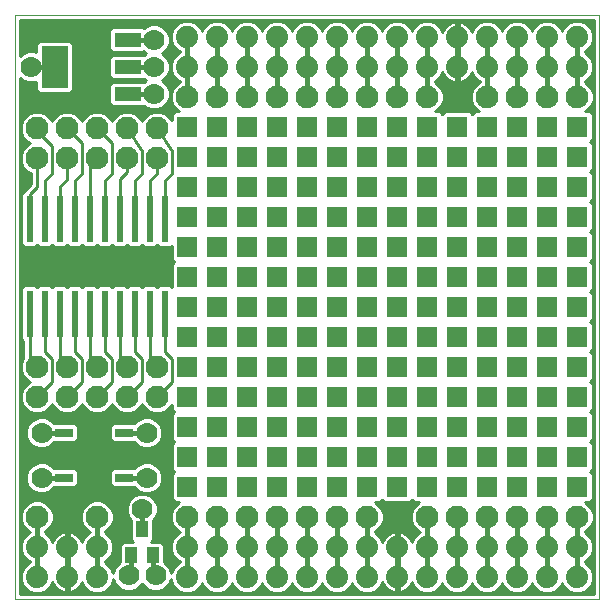
<source format=gtl>
G75*
G70*
%OFA0B0*%
%FSLAX24Y24*%
%IPPOS*%
%LPD*%
%AMOC8*
5,1,8,0,0,1.08239X$1,22.5*
%
%ADD10C,0.0000*%
%ADD11C,0.0740*%
%ADD12R,0.0236X0.1535*%
%ADD13R,0.0880X0.0480*%
%ADD14R,0.0866X0.1417*%
%ADD15R,0.0394X0.0551*%
%ADD16R,0.0600X0.0300*%
%ADD17C,0.0100*%
%ADD18C,0.0160*%
%ADD19C,0.0760*%
%ADD20R,0.0700X0.0700*%
%ADD21C,0.0700*%
D10*
X000645Y000806D02*
X000645Y020301D01*
X020130Y020291D01*
X020130Y000806D01*
X000645Y000806D01*
D11*
X001395Y001556D03*
X002395Y001556D03*
X003395Y001556D03*
X003395Y002556D03*
X002395Y002556D03*
X001395Y002556D03*
X006395Y002556D03*
X006395Y001556D03*
X007395Y001556D03*
X008395Y001556D03*
X009395Y001556D03*
X010395Y001556D03*
X011395Y001556D03*
X012395Y001556D03*
X013395Y001556D03*
X014395Y001556D03*
X015395Y001556D03*
X016395Y001556D03*
X017395Y001556D03*
X018395Y001556D03*
X019395Y001556D03*
X019395Y002556D03*
X018395Y002556D03*
X017395Y002556D03*
X016395Y002556D03*
X015395Y002556D03*
X014395Y002556D03*
X013395Y002556D03*
X012395Y002556D03*
X011395Y002556D03*
X010395Y002556D03*
X009395Y002556D03*
X008395Y002556D03*
X007395Y002556D03*
X007395Y018556D03*
X006395Y018556D03*
X006395Y019556D03*
X007395Y019556D03*
X008395Y019556D03*
X008395Y018556D03*
X009395Y018556D03*
X010395Y018556D03*
X011395Y018556D03*
X012395Y018556D03*
X013395Y018556D03*
X014395Y018556D03*
X015395Y018556D03*
X016395Y018556D03*
X017395Y018556D03*
X018395Y018556D03*
X019395Y018556D03*
X019395Y019556D03*
X018395Y019556D03*
X017395Y019556D03*
X016395Y019556D03*
X015395Y019556D03*
X014395Y019556D03*
X013395Y019556D03*
X012395Y019556D03*
X011395Y019556D03*
X010395Y019556D03*
X009395Y019556D03*
D12*
X005645Y013481D03*
X005145Y013481D03*
X004645Y013481D03*
X004145Y013481D03*
X003645Y013481D03*
X003145Y013481D03*
X002645Y013481D03*
X002145Y013481D03*
X001645Y013481D03*
X001145Y013481D03*
X001145Y010331D03*
X001645Y010331D03*
X002145Y010331D03*
X002645Y010331D03*
X003145Y010331D03*
X003645Y010331D03*
X004145Y010331D03*
X004645Y010331D03*
X005145Y010331D03*
X005645Y010331D03*
D13*
X004415Y017646D03*
X004415Y018556D03*
X004415Y019466D03*
D14*
X001975Y018556D03*
D15*
X004895Y003139D03*
X004521Y002273D03*
X005269Y002273D03*
D16*
X004295Y004856D03*
X004295Y006356D03*
X002295Y006356D03*
X002295Y004856D03*
D17*
X001960Y004536D02*
X001840Y004415D01*
X001648Y004336D01*
X001442Y004336D01*
X001250Y004415D01*
X001104Y004562D01*
X001025Y004753D01*
X001025Y004960D01*
X001104Y005151D01*
X001250Y005297D01*
X001442Y005376D01*
X001648Y005376D01*
X001840Y005297D01*
X001960Y005176D01*
X002665Y005176D01*
X002765Y005077D01*
X002765Y004636D01*
X002665Y004536D01*
X001960Y004536D01*
X001876Y004452D02*
X004714Y004452D01*
X004750Y004415D02*
X004942Y004336D01*
X005148Y004336D01*
X005340Y004415D01*
X005486Y004562D01*
X005565Y004753D01*
X005565Y004960D01*
X005486Y005151D01*
X005340Y005297D01*
X005148Y005376D01*
X004942Y005376D01*
X004750Y005297D01*
X004630Y005176D01*
X003925Y005176D01*
X003825Y005077D01*
X003825Y004636D01*
X003925Y004536D01*
X004630Y004536D01*
X004750Y004415D01*
X004792Y004326D02*
X004600Y004247D01*
X004454Y004101D01*
X004375Y003910D01*
X004375Y003703D01*
X004454Y003512D01*
X004528Y003438D01*
X004528Y002793D01*
X004603Y002719D01*
X004254Y002719D01*
X004154Y002619D01*
X004154Y002049D01*
X004150Y002047D01*
X004004Y001901D01*
X003925Y001710D01*
X003925Y001688D01*
X003853Y001862D01*
X003701Y002014D01*
X003645Y002037D01*
X003645Y002075D01*
X003701Y002099D01*
X003853Y002250D01*
X003935Y002449D01*
X003935Y002664D01*
X003853Y002862D01*
X003701Y003014D01*
X003645Y003037D01*
X003645Y003065D01*
X003707Y003090D01*
X003861Y003245D01*
X003945Y003447D01*
X003945Y003666D01*
X003861Y003868D01*
X003707Y004023D01*
X003504Y004106D01*
X003286Y004106D01*
X003083Y004023D01*
X002929Y003868D01*
X002845Y003666D01*
X002845Y003447D01*
X002929Y003245D01*
X003083Y003090D01*
X003145Y003065D01*
X003145Y003037D01*
X003089Y003014D01*
X002937Y002862D01*
X002884Y002734D01*
X002877Y002756D01*
X002840Y002829D01*
X002792Y002895D01*
X002734Y002953D01*
X002668Y003001D01*
X002595Y003038D01*
X002517Y003063D01*
X002445Y003075D01*
X002445Y002606D01*
X002345Y002606D01*
X002345Y003075D01*
X002273Y003063D01*
X002195Y003038D01*
X002122Y003001D01*
X002056Y002953D01*
X001998Y002895D01*
X001950Y002829D01*
X001913Y002756D01*
X001906Y002734D01*
X001853Y002862D01*
X001701Y003014D01*
X001645Y003037D01*
X001645Y003065D01*
X001707Y003090D01*
X001861Y003245D01*
X001945Y003447D01*
X001945Y003666D01*
X001861Y003868D01*
X001707Y004023D01*
X001504Y004106D01*
X001286Y004106D01*
X001083Y004023D01*
X000929Y003868D01*
X000845Y003666D01*
X000845Y003447D01*
X000929Y003245D01*
X001083Y003090D01*
X001145Y003065D01*
X001145Y003037D01*
X001089Y003014D01*
X000937Y002862D01*
X000855Y002664D01*
X000855Y002449D01*
X000937Y002250D01*
X001089Y002099D01*
X001145Y002075D01*
X001145Y002037D01*
X001089Y002014D01*
X000937Y001862D01*
X000855Y001664D01*
X000855Y001449D01*
X000937Y001250D01*
X001089Y001099D01*
X001288Y001016D01*
X001502Y001016D01*
X001701Y001099D01*
X001853Y001250D01*
X001906Y001379D01*
X001913Y001357D01*
X001950Y001284D01*
X001998Y001218D01*
X002056Y001160D01*
X002122Y001112D01*
X002195Y001074D01*
X002273Y001049D01*
X002345Y001038D01*
X002345Y001506D01*
X002445Y001506D01*
X002445Y001038D01*
X002517Y001049D01*
X002595Y001074D01*
X002668Y001112D01*
X002734Y001160D01*
X002792Y001218D01*
X002840Y001284D01*
X002877Y001357D01*
X002884Y001379D01*
X002937Y001250D01*
X003089Y001099D01*
X003288Y001016D01*
X003502Y001016D01*
X003701Y001099D01*
X003853Y001250D01*
X003935Y001449D01*
X003935Y001479D01*
X004004Y001312D01*
X004150Y001165D01*
X004342Y001086D01*
X004548Y001086D01*
X004740Y001165D01*
X004886Y001312D01*
X004895Y001334D01*
X004904Y001312D01*
X005050Y001165D01*
X005242Y001086D01*
X005448Y001086D01*
X005640Y001165D01*
X005786Y001312D01*
X005855Y001479D01*
X005855Y001449D01*
X005937Y001250D01*
X006089Y001099D01*
X006288Y001016D01*
X006502Y001016D01*
X006701Y001099D01*
X006853Y001250D01*
X006895Y001352D01*
X006937Y001250D01*
X007089Y001099D01*
X007288Y001016D01*
X007502Y001016D01*
X007701Y001099D01*
X007853Y001250D01*
X007895Y001352D01*
X007937Y001250D01*
X008089Y001099D01*
X008288Y001016D01*
X008502Y001016D01*
X008701Y001099D01*
X008853Y001250D01*
X008895Y001352D01*
X008937Y001250D01*
X009089Y001099D01*
X009288Y001016D01*
X009502Y001016D01*
X009701Y001099D01*
X009853Y001250D01*
X009895Y001352D01*
X009937Y001250D01*
X010089Y001099D01*
X010288Y001016D01*
X010502Y001016D01*
X010701Y001099D01*
X010853Y001250D01*
X010895Y001352D01*
X010937Y001250D01*
X011089Y001099D01*
X011288Y001016D01*
X011502Y001016D01*
X011701Y001099D01*
X011853Y001250D01*
X011895Y001352D01*
X011937Y001250D01*
X012089Y001099D01*
X012288Y001016D01*
X012502Y001016D01*
X012701Y001099D01*
X012853Y001250D01*
X012906Y001379D01*
X012913Y001357D01*
X012950Y001284D01*
X012998Y001218D01*
X013056Y001160D01*
X013122Y001112D01*
X013195Y001074D01*
X013273Y001049D01*
X013345Y001038D01*
X013345Y001506D01*
X013445Y001506D01*
X013445Y001038D01*
X013517Y001049D01*
X013595Y001074D01*
X013668Y001112D01*
X013734Y001160D01*
X013792Y001218D01*
X013840Y001284D01*
X013877Y001357D01*
X013884Y001379D01*
X013937Y001250D01*
X014089Y001099D01*
X014288Y001016D01*
X014502Y001016D01*
X014701Y001099D01*
X014853Y001250D01*
X014895Y001352D01*
X014937Y001250D01*
X015089Y001099D01*
X015288Y001016D01*
X015502Y001016D01*
X015701Y001099D01*
X015853Y001250D01*
X015895Y001352D01*
X015937Y001250D01*
X016089Y001099D01*
X016288Y001016D01*
X016502Y001016D01*
X016701Y001099D01*
X016853Y001250D01*
X016895Y001352D01*
X016937Y001250D01*
X017089Y001099D01*
X017288Y001016D01*
X017502Y001016D01*
X017701Y001099D01*
X017853Y001250D01*
X017895Y001352D01*
X017937Y001250D01*
X018089Y001099D01*
X018288Y001016D01*
X018502Y001016D01*
X018701Y001099D01*
X018853Y001250D01*
X018895Y001352D01*
X018937Y001250D01*
X019089Y001099D01*
X019288Y001016D01*
X019502Y001016D01*
X019701Y001099D01*
X019853Y001250D01*
X019935Y001449D01*
X019935Y001664D01*
X019853Y001862D01*
X019701Y002014D01*
X019645Y002037D01*
X019645Y002075D01*
X019701Y002099D01*
X019853Y002250D01*
X019935Y002449D01*
X019935Y002664D01*
X019853Y002862D01*
X019701Y003014D01*
X019645Y003037D01*
X019645Y003065D01*
X019707Y003090D01*
X019861Y003245D01*
X019945Y003447D01*
X019945Y003666D01*
X019861Y003868D01*
X019707Y004023D01*
X019673Y004036D01*
X019815Y004036D01*
X019915Y004136D01*
X019915Y004977D01*
X019835Y005056D01*
X019915Y005136D01*
X019915Y005977D01*
X019835Y006056D01*
X019915Y006136D01*
X019915Y006977D01*
X019835Y007056D01*
X019915Y007136D01*
X019915Y007977D01*
X019835Y008056D01*
X019915Y008136D01*
X019915Y008977D01*
X019835Y009056D01*
X019915Y009136D01*
X019915Y009977D01*
X019835Y010056D01*
X019915Y010136D01*
X019915Y010977D01*
X019835Y011056D01*
X019915Y011136D01*
X019915Y011977D01*
X019835Y012056D01*
X019915Y012136D01*
X019915Y012977D01*
X019835Y013056D01*
X019915Y013136D01*
X019915Y013977D01*
X019835Y014056D01*
X019915Y014136D01*
X019915Y014977D01*
X019835Y015056D01*
X019915Y015136D01*
X019915Y015977D01*
X019835Y016056D01*
X019915Y016136D01*
X019915Y016977D01*
X019815Y017076D01*
X019673Y017076D01*
X019707Y017090D01*
X019861Y017245D01*
X019945Y017447D01*
X019945Y017666D01*
X019861Y017868D01*
X019707Y018023D01*
X019645Y018048D01*
X019645Y018075D01*
X019701Y018099D01*
X019853Y018250D01*
X019935Y018449D01*
X019935Y018664D01*
X019853Y018862D01*
X019701Y019014D01*
X019645Y019037D01*
X019645Y019075D01*
X019701Y019099D01*
X019853Y019250D01*
X019935Y019449D01*
X019935Y019664D01*
X019853Y019862D01*
X019701Y020014D01*
X019502Y020096D01*
X019288Y020096D01*
X019089Y020014D01*
X018937Y019862D01*
X018895Y019760D01*
X018853Y019862D01*
X018701Y020014D01*
X018502Y020096D01*
X018288Y020096D01*
X018089Y020014D01*
X017937Y019862D01*
X017895Y019760D01*
X017853Y019862D01*
X017701Y020014D01*
X017502Y020096D01*
X017288Y020096D01*
X017089Y020014D01*
X016937Y019862D01*
X016895Y019760D01*
X016853Y019862D01*
X016701Y020014D01*
X016502Y020096D01*
X016288Y020096D01*
X016089Y020014D01*
X015937Y019862D01*
X015884Y019734D01*
X015877Y019756D01*
X015840Y019829D01*
X015792Y019895D01*
X015734Y019953D01*
X015668Y020001D01*
X015595Y020038D01*
X015517Y020063D01*
X015445Y020075D01*
X015445Y019606D01*
X015345Y019606D01*
X015345Y020075D01*
X015273Y020063D01*
X015195Y020038D01*
X015122Y020001D01*
X015056Y019953D01*
X014998Y019895D01*
X014950Y019829D01*
X014913Y019756D01*
X014906Y019734D01*
X014853Y019862D01*
X014701Y020014D01*
X014502Y020096D01*
X014288Y020096D01*
X014089Y020014D01*
X013937Y019862D01*
X013895Y019760D01*
X013853Y019862D01*
X013701Y020014D01*
X013502Y020096D01*
X013288Y020096D01*
X013089Y020014D01*
X012937Y019862D01*
X012895Y019760D01*
X012853Y019862D01*
X012701Y020014D01*
X012502Y020096D01*
X012288Y020096D01*
X012089Y020014D01*
X011937Y019862D01*
X011895Y019760D01*
X011853Y019862D01*
X011701Y020014D01*
X011502Y020096D01*
X011288Y020096D01*
X011089Y020014D01*
X010937Y019862D01*
X010895Y019760D01*
X010853Y019862D01*
X010701Y020014D01*
X010502Y020096D01*
X010288Y020096D01*
X010089Y020014D01*
X009937Y019862D01*
X009895Y019760D01*
X009853Y019862D01*
X009701Y020014D01*
X009502Y020096D01*
X009288Y020096D01*
X009089Y020014D01*
X008937Y019862D01*
X008895Y019760D01*
X008853Y019862D01*
X008701Y020014D01*
X008502Y020096D01*
X008288Y020096D01*
X008089Y020014D01*
X007937Y019862D01*
X007895Y019760D01*
X007853Y019862D01*
X007701Y020014D01*
X007502Y020096D01*
X007288Y020096D01*
X007089Y020014D01*
X006937Y019862D01*
X006895Y019760D01*
X006853Y019862D01*
X006701Y020014D01*
X006502Y020096D01*
X006288Y020096D01*
X006089Y020014D01*
X005937Y019862D01*
X005855Y019664D01*
X005855Y019449D01*
X005937Y019250D01*
X006089Y019099D01*
X006145Y019075D01*
X006145Y019037D01*
X006089Y019014D01*
X005937Y018862D01*
X005855Y018664D01*
X005855Y018449D01*
X005937Y018250D01*
X006089Y018099D01*
X006145Y018075D01*
X006145Y018048D01*
X006083Y018023D01*
X005929Y017868D01*
X005845Y017666D01*
X005845Y017447D01*
X005929Y017245D01*
X006083Y017090D01*
X006117Y017076D01*
X005975Y017076D01*
X005875Y016977D01*
X005875Y016784D01*
X005861Y016818D01*
X005707Y016973D01*
X005504Y017056D01*
X005286Y017056D01*
X005083Y016973D01*
X004929Y016818D01*
X004895Y016736D01*
X004861Y016818D01*
X004707Y016973D01*
X004504Y017056D01*
X004286Y017056D01*
X004083Y016973D01*
X003929Y016818D01*
X003895Y016736D01*
X003861Y016818D01*
X003707Y016973D01*
X003504Y017056D01*
X003286Y017056D01*
X003083Y016973D01*
X002929Y016818D01*
X002895Y016736D01*
X002861Y016818D01*
X002707Y016973D01*
X002504Y017056D01*
X002286Y017056D01*
X002083Y016973D01*
X001929Y016818D01*
X001895Y016736D01*
X001861Y016818D01*
X001707Y016973D01*
X001504Y017056D01*
X001286Y017056D01*
X001083Y016973D01*
X000929Y016818D01*
X000845Y016616D01*
X000845Y016397D01*
X000929Y016195D01*
X001083Y016040D01*
X001165Y016006D01*
X001083Y015973D01*
X000929Y015818D01*
X000845Y015616D01*
X000845Y015397D01*
X000929Y015195D01*
X001083Y015040D01*
X001175Y015002D01*
X001175Y014647D01*
X000925Y014397D01*
X000925Y014387D01*
X000857Y014319D01*
X000857Y012643D01*
X000956Y012543D01*
X001334Y012543D01*
X001395Y012605D01*
X001456Y012543D01*
X001834Y012543D01*
X001895Y012605D01*
X001956Y012543D01*
X002334Y012543D01*
X002395Y012605D01*
X002456Y012543D01*
X002834Y012543D01*
X002895Y012605D01*
X002956Y012543D01*
X003334Y012543D01*
X003395Y012605D01*
X003456Y012543D01*
X003834Y012543D01*
X003895Y012605D01*
X003956Y012543D01*
X004334Y012543D01*
X004395Y012605D01*
X004456Y012543D01*
X004834Y012543D01*
X004895Y012605D01*
X004956Y012543D01*
X005334Y012543D01*
X005395Y012605D01*
X005456Y012543D01*
X005834Y012543D01*
X005875Y012585D01*
X005875Y012136D01*
X005955Y012056D01*
X005875Y011977D01*
X005875Y011228D01*
X005834Y011269D01*
X005456Y011269D01*
X005395Y011208D01*
X005334Y011269D01*
X004956Y011269D01*
X004895Y011208D01*
X004834Y011269D01*
X004456Y011269D01*
X004395Y011208D01*
X004334Y011269D01*
X003956Y011269D01*
X003895Y011208D01*
X003834Y011269D01*
X003456Y011269D01*
X003395Y011208D01*
X003334Y011269D01*
X002956Y011269D01*
X002895Y011208D01*
X002834Y011269D01*
X002456Y011269D01*
X002395Y011208D01*
X002334Y011269D01*
X001956Y011269D01*
X001895Y011208D01*
X001834Y011269D01*
X001456Y011269D01*
X001395Y011208D01*
X001334Y011269D01*
X000956Y011269D01*
X000857Y011170D01*
X000857Y009493D01*
X000925Y009425D01*
X000925Y008897D01*
X000925Y008859D01*
X000845Y008666D01*
X000845Y008447D01*
X000929Y008245D01*
X001083Y008090D01*
X001165Y008056D01*
X001083Y008023D01*
X000929Y007868D01*
X000845Y007666D01*
X000845Y007447D01*
X000929Y007245D01*
X001083Y007090D01*
X001286Y007006D01*
X001504Y007006D01*
X001707Y007090D01*
X001861Y007245D01*
X001895Y007326D01*
X001929Y007245D01*
X002083Y007090D01*
X002286Y007006D01*
X002504Y007006D01*
X002707Y007090D01*
X002861Y007245D01*
X002895Y007326D01*
X002929Y007245D01*
X003083Y007090D01*
X003286Y007006D01*
X003504Y007006D01*
X003707Y007090D01*
X003861Y007245D01*
X003895Y007326D01*
X003929Y007245D01*
X004083Y007090D01*
X004286Y007006D01*
X004504Y007006D01*
X004707Y007090D01*
X004861Y007245D01*
X004895Y007326D01*
X004929Y007245D01*
X005083Y007090D01*
X005286Y007006D01*
X005504Y007006D01*
X005707Y007090D01*
X005861Y007245D01*
X005875Y007278D01*
X005875Y007136D01*
X005955Y007056D01*
X005875Y006977D01*
X005875Y006136D01*
X005955Y006056D01*
X005875Y005977D01*
X005875Y005136D01*
X005955Y005056D01*
X005875Y004977D01*
X005875Y004136D01*
X005975Y004036D01*
X006117Y004036D01*
X006083Y004023D01*
X005929Y003868D01*
X005845Y003666D01*
X005845Y003447D01*
X005929Y003245D01*
X006083Y003090D01*
X006145Y003065D01*
X006145Y003037D01*
X006089Y003014D01*
X005937Y002862D01*
X005855Y002664D01*
X005855Y002449D01*
X005937Y002250D01*
X006089Y002099D01*
X006145Y002075D01*
X006145Y002037D01*
X006089Y002014D01*
X005937Y001862D01*
X005865Y001688D01*
X005865Y001710D01*
X005786Y001901D01*
X005640Y002047D01*
X005636Y002049D01*
X005636Y002619D01*
X005536Y002719D01*
X005187Y002719D01*
X005262Y002793D01*
X005262Y003438D01*
X005336Y003512D01*
X005415Y003703D01*
X005415Y003910D01*
X005336Y004101D01*
X005190Y004247D01*
X004998Y004326D01*
X004792Y004326D01*
X004899Y004354D02*
X001691Y004354D01*
X001620Y004058D02*
X003170Y004058D01*
X003021Y003960D02*
X001769Y003960D01*
X001864Y003861D02*
X002926Y003861D01*
X002885Y003763D02*
X001905Y003763D01*
X001945Y003664D02*
X002845Y003664D01*
X002845Y003566D02*
X001945Y003566D01*
X001945Y003467D02*
X002845Y003467D01*
X002878Y003368D02*
X001912Y003368D01*
X001872Y003270D02*
X002918Y003270D01*
X003002Y003171D02*
X001788Y003171D01*
X001665Y003073D02*
X002332Y003073D01*
X002345Y003073D02*
X002445Y003073D01*
X002458Y003073D02*
X003125Y003073D01*
X003049Y002974D02*
X002704Y002974D01*
X002806Y002876D02*
X002951Y002876D01*
X002902Y002777D02*
X002866Y002777D01*
X002445Y002777D02*
X002345Y002777D01*
X002345Y002679D02*
X002445Y002679D01*
X002445Y002506D02*
X002345Y002506D01*
X002345Y002038D01*
X002345Y001606D01*
X002445Y001606D01*
X002445Y002038D01*
X002445Y002506D01*
X002445Y002482D02*
X002345Y002482D01*
X002345Y002383D02*
X002445Y002383D01*
X002445Y002284D02*
X002345Y002284D01*
X002345Y002186D02*
X002445Y002186D01*
X002445Y002087D02*
X002345Y002087D01*
X002345Y001989D02*
X002445Y001989D01*
X002445Y001890D02*
X002345Y001890D01*
X002345Y001792D02*
X002445Y001792D01*
X002445Y001693D02*
X002345Y001693D01*
X002345Y001496D02*
X002445Y001496D01*
X002445Y001398D02*
X002345Y001398D01*
X002345Y001299D02*
X002445Y001299D01*
X002445Y001200D02*
X002345Y001200D01*
X002345Y001102D02*
X002445Y001102D01*
X002649Y001102D02*
X003086Y001102D01*
X002987Y001200D02*
X002775Y001200D01*
X002848Y001299D02*
X002917Y001299D01*
X002141Y001102D02*
X001704Y001102D01*
X001803Y001200D02*
X002015Y001200D01*
X001942Y001299D02*
X001873Y001299D01*
X001086Y001102D02*
X000815Y001102D01*
X000815Y001200D02*
X000987Y001200D01*
X000917Y001299D02*
X000815Y001299D01*
X000815Y001398D02*
X000876Y001398D01*
X000855Y001496D02*
X000815Y001496D01*
X000815Y001595D02*
X000855Y001595D01*
X000867Y001693D02*
X000815Y001693D01*
X000815Y001792D02*
X000908Y001792D01*
X000965Y001890D02*
X000815Y001890D01*
X000815Y001989D02*
X001064Y001989D01*
X001116Y002087D02*
X000815Y002087D01*
X000815Y002186D02*
X001002Y002186D01*
X000923Y002284D02*
X000815Y002284D01*
X000815Y002383D02*
X000882Y002383D01*
X000855Y002482D02*
X000815Y002482D01*
X000815Y002580D02*
X000855Y002580D01*
X000861Y002679D02*
X000815Y002679D01*
X000815Y002777D02*
X000902Y002777D01*
X000951Y002876D02*
X000815Y002876D01*
X000815Y002974D02*
X001049Y002974D01*
X001125Y003073D02*
X000815Y003073D01*
X000815Y003171D02*
X001002Y003171D01*
X000918Y003270D02*
X000815Y003270D01*
X000815Y003368D02*
X000878Y003368D01*
X000845Y003467D02*
X000815Y003467D01*
X000815Y003566D02*
X000845Y003566D01*
X000845Y003664D02*
X000815Y003664D01*
X000815Y003763D02*
X000885Y003763D01*
X000926Y003861D02*
X000815Y003861D01*
X000815Y003960D02*
X001021Y003960D01*
X001170Y004058D02*
X000815Y004058D01*
X000815Y004157D02*
X004510Y004157D01*
X004437Y004058D02*
X003620Y004058D01*
X003769Y003960D02*
X004396Y003960D01*
X004375Y003861D02*
X003864Y003861D01*
X003905Y003763D02*
X004375Y003763D01*
X004391Y003664D02*
X003945Y003664D01*
X003945Y003566D02*
X004432Y003566D01*
X004499Y003467D02*
X003945Y003467D01*
X003912Y003368D02*
X004528Y003368D01*
X004528Y003270D02*
X003872Y003270D01*
X003788Y003171D02*
X004528Y003171D01*
X004528Y003073D02*
X003665Y003073D01*
X003741Y002974D02*
X004528Y002974D01*
X004528Y002876D02*
X003839Y002876D01*
X003888Y002777D02*
X004544Y002777D01*
X004214Y002679D02*
X003929Y002679D01*
X003935Y002580D02*
X004154Y002580D01*
X004154Y002482D02*
X003935Y002482D01*
X003908Y002383D02*
X004154Y002383D01*
X004154Y002284D02*
X003867Y002284D01*
X003788Y002186D02*
X004154Y002186D01*
X004154Y002087D02*
X003674Y002087D01*
X003726Y001989D02*
X004092Y001989D01*
X004000Y001890D02*
X003825Y001890D01*
X003882Y001792D02*
X003959Y001792D01*
X003925Y001693D02*
X003923Y001693D01*
X003914Y001398D02*
X003969Y001398D01*
X004017Y001299D02*
X003873Y001299D01*
X003803Y001200D02*
X004115Y001200D01*
X004304Y001102D02*
X003704Y001102D01*
X004586Y001102D02*
X005204Y001102D01*
X005015Y001200D02*
X004775Y001200D01*
X004873Y001299D02*
X004917Y001299D01*
X005486Y001102D02*
X006086Y001102D01*
X005987Y001200D02*
X005675Y001200D01*
X005773Y001299D02*
X005917Y001299D01*
X005876Y001398D02*
X005821Y001398D01*
X005865Y001693D02*
X005867Y001693D01*
X005831Y001792D02*
X005908Y001792D01*
X005965Y001890D02*
X005790Y001890D01*
X005698Y001989D02*
X006064Y001989D01*
X006116Y002087D02*
X005636Y002087D01*
X005636Y002186D02*
X006002Y002186D01*
X005923Y002284D02*
X005636Y002284D01*
X005636Y002383D02*
X005882Y002383D01*
X005855Y002482D02*
X005636Y002482D01*
X005636Y002580D02*
X005855Y002580D01*
X005861Y002679D02*
X005576Y002679D01*
X005902Y002777D02*
X005246Y002777D01*
X005262Y002876D02*
X005951Y002876D01*
X006049Y002974D02*
X005262Y002974D01*
X005262Y003073D02*
X006125Y003073D01*
X006002Y003171D02*
X005262Y003171D01*
X005262Y003270D02*
X005918Y003270D01*
X005878Y003368D02*
X005262Y003368D01*
X005291Y003467D02*
X005845Y003467D01*
X005845Y003566D02*
X005358Y003566D01*
X005399Y003664D02*
X005845Y003664D01*
X005885Y003763D02*
X005415Y003763D01*
X005415Y003861D02*
X005926Y003861D01*
X006021Y003960D02*
X005394Y003960D01*
X005354Y004058D02*
X005953Y004058D01*
X005875Y004157D02*
X005280Y004157D01*
X005170Y004255D02*
X005875Y004255D01*
X005875Y004354D02*
X005191Y004354D01*
X005376Y004452D02*
X005875Y004452D01*
X005875Y004551D02*
X005475Y004551D01*
X005522Y004649D02*
X005875Y004649D01*
X005875Y004748D02*
X005563Y004748D01*
X005565Y004847D02*
X005875Y004847D01*
X005875Y004945D02*
X005565Y004945D01*
X005530Y005044D02*
X005942Y005044D01*
X005875Y005142D02*
X005489Y005142D01*
X005396Y005241D02*
X005875Y005241D01*
X005875Y005339D02*
X005238Y005339D01*
X004852Y005339D02*
X001738Y005339D01*
X001896Y005241D02*
X004694Y005241D01*
X004942Y005836D02*
X005148Y005836D01*
X005340Y005915D01*
X005486Y006062D01*
X005565Y006253D01*
X005565Y006460D01*
X005486Y006651D01*
X005340Y006797D01*
X005148Y006876D01*
X004942Y006876D01*
X004750Y006797D01*
X004630Y006676D01*
X003925Y006676D01*
X003825Y006577D01*
X003825Y006136D01*
X003925Y006036D01*
X004630Y006036D01*
X004750Y005915D01*
X004942Y005836D01*
X004735Y005931D02*
X001855Y005931D01*
X001840Y005915D02*
X001960Y006036D01*
X002665Y006036D01*
X002765Y006136D01*
X002765Y006577D01*
X002665Y006676D01*
X001960Y006676D01*
X001840Y006797D01*
X001648Y006876D01*
X001442Y006876D01*
X001250Y006797D01*
X001104Y006651D01*
X001025Y006460D01*
X001025Y006253D01*
X001104Y006062D01*
X001250Y005915D01*
X001442Y005836D01*
X001648Y005836D01*
X001840Y005915D01*
X001953Y006029D02*
X004637Y006029D01*
X004672Y006719D02*
X001918Y006719D01*
X001790Y006817D02*
X004800Y006817D01*
X004730Y007113D02*
X005060Y007113D01*
X004962Y007212D02*
X004828Y007212D01*
X004888Y007310D02*
X004902Y007310D01*
X005266Y007015D02*
X004524Y007015D01*
X004266Y007015D02*
X003524Y007015D01*
X003730Y007113D02*
X004060Y007113D01*
X003962Y007212D02*
X003828Y007212D01*
X003888Y007310D02*
X003902Y007310D01*
X004395Y007556D02*
X004895Y008056D01*
X004895Y008806D01*
X004645Y009056D01*
X004645Y010331D01*
X004145Y010331D02*
X004145Y008806D01*
X004395Y008556D01*
X003895Y008806D02*
X003895Y008056D01*
X003395Y007556D01*
X002902Y007310D02*
X002888Y007310D01*
X002828Y007212D02*
X002962Y007212D01*
X003060Y007113D02*
X002730Y007113D01*
X002524Y007015D02*
X003266Y007015D01*
X002721Y006620D02*
X003869Y006620D01*
X003825Y006522D02*
X002765Y006522D01*
X002765Y006423D02*
X003825Y006423D01*
X003825Y006325D02*
X002765Y006325D01*
X002765Y006226D02*
X003825Y006226D01*
X003833Y006128D02*
X002757Y006128D01*
X002266Y007015D02*
X001524Y007015D01*
X001730Y007113D02*
X002060Y007113D01*
X001962Y007212D02*
X001828Y007212D01*
X001888Y007310D02*
X001902Y007310D01*
X002395Y007556D02*
X002895Y008056D01*
X002895Y008806D01*
X002645Y009056D01*
X002645Y010331D01*
X003145Y010331D02*
X003145Y008806D01*
X003395Y008556D01*
X003895Y008806D02*
X003645Y009056D01*
X003645Y010331D01*
X003439Y011252D02*
X003351Y011252D01*
X002939Y011252D02*
X002851Y011252D01*
X002439Y011252D02*
X002351Y011252D01*
X001939Y011252D02*
X001851Y011252D01*
X001439Y011252D02*
X001351Y011252D01*
X000939Y011252D02*
X000815Y011252D01*
X000815Y011350D02*
X005875Y011350D01*
X005875Y011252D02*
X005851Y011252D01*
X005875Y011449D02*
X000815Y011449D01*
X000815Y011548D02*
X005875Y011548D01*
X005875Y011646D02*
X000815Y011646D01*
X000815Y011745D02*
X005875Y011745D01*
X005875Y011843D02*
X000815Y011843D01*
X000815Y011942D02*
X005875Y011942D01*
X005939Y012040D02*
X000815Y012040D01*
X000815Y012139D02*
X005875Y012139D01*
X005875Y012237D02*
X000815Y012237D01*
X000815Y012336D02*
X005875Y012336D01*
X005875Y012434D02*
X000815Y012434D01*
X000815Y012533D02*
X005875Y012533D01*
X005645Y013481D02*
X005645Y014756D01*
X005895Y015006D01*
X005895Y015756D01*
X005395Y016506D01*
X004980Y016869D02*
X004810Y016869D01*
X004881Y016770D02*
X004909Y016770D01*
X005078Y016967D02*
X004712Y016967D01*
X004925Y017236D02*
X004953Y017263D01*
X004952Y017263D01*
X004953Y017263D02*
X005000Y017215D01*
X005192Y017136D01*
X005398Y017136D01*
X005590Y017215D01*
X005736Y017362D01*
X005815Y017553D01*
X005815Y017760D01*
X005736Y017951D01*
X005590Y018097D01*
X005567Y018106D01*
X005590Y018115D01*
X005736Y018262D01*
X005815Y018453D01*
X005815Y018660D01*
X005736Y018851D01*
X005590Y018997D01*
X005567Y019006D01*
X005590Y019015D01*
X005736Y019162D01*
X005815Y019353D01*
X005815Y019560D01*
X005736Y019751D01*
X005590Y019897D01*
X005398Y019976D01*
X005192Y019976D01*
X005000Y019897D01*
X004953Y019849D01*
X004925Y019876D01*
X003905Y019876D01*
X003805Y019777D01*
X003805Y019156D01*
X003905Y019056D01*
X004925Y019056D01*
X004943Y019073D01*
X005000Y019015D01*
X005023Y019006D01*
X005000Y018997D01*
X004948Y018944D01*
X004925Y018966D01*
X003905Y018966D01*
X003805Y018867D01*
X003805Y018246D01*
X003905Y018146D01*
X004925Y018146D01*
X004948Y018168D01*
X005000Y018115D01*
X005023Y018106D01*
X005000Y018097D01*
X004943Y018039D01*
X004925Y018056D01*
X003905Y018056D01*
X003805Y017957D01*
X003805Y017336D01*
X003905Y017236D01*
X004925Y017236D01*
X005124Y017164D02*
X000815Y017164D01*
X000815Y017066D02*
X005964Y017066D01*
X006009Y017164D02*
X005466Y017164D01*
X005637Y017263D02*
X005921Y017263D01*
X005880Y017362D02*
X005736Y017362D01*
X005777Y017460D02*
X005845Y017460D01*
X005845Y017559D02*
X005815Y017559D01*
X005815Y017657D02*
X005845Y017657D01*
X005815Y017756D02*
X005882Y017756D01*
X005923Y017854D02*
X005776Y017854D01*
X005734Y017953D02*
X006014Y017953D01*
X006145Y018051D02*
X005635Y018051D01*
X005624Y018150D02*
X006038Y018150D01*
X005939Y018248D02*
X005723Y018248D01*
X005771Y018347D02*
X005897Y018347D01*
X005856Y018446D02*
X005812Y018446D01*
X005815Y018544D02*
X005855Y018544D01*
X005855Y018643D02*
X005815Y018643D01*
X005781Y018741D02*
X005887Y018741D01*
X005928Y018840D02*
X005740Y018840D01*
X005648Y018938D02*
X006013Y018938D01*
X006144Y019037D02*
X005611Y019037D01*
X005709Y019135D02*
X006052Y019135D01*
X005954Y019234D02*
X005766Y019234D01*
X005807Y019332D02*
X005903Y019332D01*
X005862Y019431D02*
X005815Y019431D01*
X005815Y019530D02*
X005855Y019530D01*
X005855Y019628D02*
X005787Y019628D01*
X005746Y019727D02*
X005881Y019727D01*
X005922Y019825D02*
X005661Y019825D01*
X005525Y019924D02*
X005999Y019924D01*
X006109Y020022D02*
X000815Y020022D01*
X000815Y019924D02*
X005065Y019924D01*
X004979Y019037D02*
X002578Y019037D01*
X002578Y019135D02*
X003826Y019135D01*
X003805Y019234D02*
X002578Y019234D01*
X002578Y019332D02*
X003805Y019332D01*
X003805Y019431D02*
X002482Y019431D01*
X002478Y019435D02*
X002578Y019335D01*
X002578Y017777D01*
X002478Y017678D01*
X001471Y017678D01*
X001372Y017777D01*
X001372Y018067D01*
X001298Y018036D01*
X001092Y018036D01*
X000900Y018115D01*
X000815Y018201D01*
X000815Y000976D01*
X019960Y000976D01*
X019960Y020121D01*
X000815Y020121D01*
X000815Y020131D02*
X019960Y020121D01*
X019960Y020022D02*
X019681Y020022D01*
X019791Y019924D02*
X019960Y019924D01*
X019960Y019825D02*
X019868Y019825D01*
X019909Y019727D02*
X019960Y019727D01*
X019960Y019628D02*
X019935Y019628D01*
X019935Y019530D02*
X019960Y019530D01*
X019960Y019431D02*
X019928Y019431D01*
X019960Y019332D02*
X019887Y019332D01*
X019836Y019234D02*
X019960Y019234D01*
X019960Y019135D02*
X019738Y019135D01*
X019646Y019037D02*
X019960Y019037D01*
X019960Y018938D02*
X019777Y018938D01*
X019862Y018840D02*
X019960Y018840D01*
X019960Y018741D02*
X019903Y018741D01*
X019935Y018643D02*
X019960Y018643D01*
X019960Y018544D02*
X019935Y018544D01*
X019934Y018446D02*
X019960Y018446D01*
X019960Y018347D02*
X019893Y018347D01*
X019851Y018248D02*
X019960Y018248D01*
X019960Y018150D02*
X019752Y018150D01*
X019645Y018051D02*
X019960Y018051D01*
X019960Y017953D02*
X019776Y017953D01*
X019867Y017854D02*
X019960Y017854D01*
X019960Y017756D02*
X019908Y017756D01*
X019945Y017657D02*
X019960Y017657D01*
X019960Y017559D02*
X019945Y017559D01*
X019945Y017460D02*
X019960Y017460D01*
X019960Y017362D02*
X019910Y017362D01*
X019869Y017263D02*
X019960Y017263D01*
X019960Y017164D02*
X019781Y017164D01*
X019826Y017066D02*
X019960Y017066D01*
X019960Y016967D02*
X019915Y016967D01*
X019915Y016869D02*
X019960Y016869D01*
X019960Y016770D02*
X019915Y016770D01*
X019915Y016672D02*
X019960Y016672D01*
X019960Y016573D02*
X019915Y016573D01*
X019915Y016475D02*
X019960Y016475D01*
X019960Y016376D02*
X019915Y016376D01*
X019915Y016278D02*
X019960Y016278D01*
X019960Y016179D02*
X019915Y016179D01*
X019960Y016081D02*
X019860Y016081D01*
X019910Y015982D02*
X019960Y015982D01*
X019960Y015883D02*
X019915Y015883D01*
X019915Y015785D02*
X019960Y015785D01*
X019960Y015686D02*
X019915Y015686D01*
X019915Y015588D02*
X019960Y015588D01*
X019960Y015489D02*
X019915Y015489D01*
X019915Y015391D02*
X019960Y015391D01*
X019960Y015292D02*
X019915Y015292D01*
X019915Y015194D02*
X019960Y015194D01*
X019960Y015095D02*
X019874Y015095D01*
X019895Y014997D02*
X019960Y014997D01*
X019960Y014898D02*
X019915Y014898D01*
X019915Y014799D02*
X019960Y014799D01*
X019960Y014701D02*
X019915Y014701D01*
X019915Y014602D02*
X019960Y014602D01*
X019960Y014504D02*
X019915Y014504D01*
X019915Y014405D02*
X019960Y014405D01*
X019960Y014307D02*
X019915Y014307D01*
X019915Y014208D02*
X019960Y014208D01*
X019960Y014110D02*
X019889Y014110D01*
X019881Y014011D02*
X019960Y014011D01*
X019960Y013913D02*
X019915Y013913D01*
X019915Y013814D02*
X019960Y013814D01*
X019960Y013715D02*
X019915Y013715D01*
X019915Y013617D02*
X019960Y013617D01*
X019960Y013518D02*
X019915Y013518D01*
X019915Y013420D02*
X019960Y013420D01*
X019960Y013321D02*
X019915Y013321D01*
X019915Y013223D02*
X019960Y013223D01*
X019960Y013124D02*
X019903Y013124D01*
X019866Y013026D02*
X019960Y013026D01*
X019960Y012927D02*
X019915Y012927D01*
X019915Y012829D02*
X019960Y012829D01*
X019960Y012730D02*
X019915Y012730D01*
X019915Y012631D02*
X019960Y012631D01*
X019960Y012533D02*
X019915Y012533D01*
X019915Y012434D02*
X019960Y012434D01*
X019960Y012336D02*
X019915Y012336D01*
X019915Y012237D02*
X019960Y012237D01*
X019960Y012139D02*
X019915Y012139D01*
X019960Y012040D02*
X019851Y012040D01*
X019915Y011942D02*
X019960Y011942D01*
X019960Y011843D02*
X019915Y011843D01*
X019915Y011745D02*
X019960Y011745D01*
X019960Y011646D02*
X019915Y011646D01*
X019915Y011548D02*
X019960Y011548D01*
X019960Y011449D02*
X019915Y011449D01*
X019915Y011350D02*
X019960Y011350D01*
X019960Y011252D02*
X019915Y011252D01*
X019915Y011153D02*
X019960Y011153D01*
X019960Y011055D02*
X019837Y011055D01*
X019915Y010956D02*
X019960Y010956D01*
X019960Y010858D02*
X019915Y010858D01*
X019915Y010759D02*
X019960Y010759D01*
X019960Y010661D02*
X019915Y010661D01*
X019915Y010562D02*
X019960Y010562D01*
X019960Y010464D02*
X019915Y010464D01*
X019915Y010365D02*
X019960Y010365D01*
X019960Y010266D02*
X019915Y010266D01*
X019915Y010168D02*
X019960Y010168D01*
X019960Y010069D02*
X019849Y010069D01*
X019915Y009971D02*
X019960Y009971D01*
X019960Y009872D02*
X019915Y009872D01*
X019915Y009774D02*
X019960Y009774D01*
X019960Y009675D02*
X019915Y009675D01*
X019915Y009577D02*
X019960Y009577D01*
X019960Y009478D02*
X019915Y009478D01*
X019915Y009380D02*
X019960Y009380D01*
X019960Y009281D02*
X019915Y009281D01*
X019915Y009182D02*
X019960Y009182D01*
X019960Y009084D02*
X019863Y009084D01*
X019906Y008985D02*
X019960Y008985D01*
X019960Y008887D02*
X019915Y008887D01*
X019915Y008788D02*
X019960Y008788D01*
X019960Y008690D02*
X019915Y008690D01*
X019915Y008591D02*
X019960Y008591D01*
X019960Y008493D02*
X019915Y008493D01*
X019915Y008394D02*
X019960Y008394D01*
X019960Y008296D02*
X019915Y008296D01*
X019915Y008197D02*
X019960Y008197D01*
X019960Y008099D02*
X019878Y008099D01*
X019892Y008000D02*
X019960Y008000D01*
X019960Y007901D02*
X019915Y007901D01*
X019915Y007803D02*
X019960Y007803D01*
X019960Y007704D02*
X019915Y007704D01*
X019915Y007606D02*
X019960Y007606D01*
X019960Y007507D02*
X019915Y007507D01*
X019915Y007409D02*
X019960Y007409D01*
X019960Y007310D02*
X019915Y007310D01*
X019915Y007212D02*
X019960Y007212D01*
X019960Y007113D02*
X019892Y007113D01*
X019877Y007015D02*
X019960Y007015D01*
X019960Y006916D02*
X019915Y006916D01*
X019915Y006817D02*
X019960Y006817D01*
X019960Y006719D02*
X019915Y006719D01*
X019915Y006620D02*
X019960Y006620D01*
X019960Y006522D02*
X019915Y006522D01*
X019915Y006423D02*
X019960Y006423D01*
X019960Y006325D02*
X019915Y006325D01*
X019915Y006226D02*
X019960Y006226D01*
X019960Y006128D02*
X019907Y006128D01*
X019863Y006029D02*
X019960Y006029D01*
X019960Y005931D02*
X019915Y005931D01*
X019915Y005832D02*
X019960Y005832D01*
X019960Y005733D02*
X019915Y005733D01*
X019915Y005635D02*
X019960Y005635D01*
X019960Y005536D02*
X019915Y005536D01*
X019915Y005438D02*
X019960Y005438D01*
X019960Y005339D02*
X019915Y005339D01*
X019915Y005241D02*
X019960Y005241D01*
X019960Y005142D02*
X019915Y005142D01*
X019960Y005044D02*
X019848Y005044D01*
X019915Y004945D02*
X019960Y004945D01*
X019960Y004847D02*
X019915Y004847D01*
X019915Y004748D02*
X019960Y004748D01*
X019960Y004649D02*
X019915Y004649D01*
X019915Y004551D02*
X019960Y004551D01*
X019960Y004452D02*
X019915Y004452D01*
X019915Y004354D02*
X019960Y004354D01*
X019960Y004255D02*
X019915Y004255D01*
X019915Y004157D02*
X019960Y004157D01*
X019960Y004058D02*
X019837Y004058D01*
X019769Y003960D02*
X019960Y003960D01*
X019960Y003861D02*
X019864Y003861D01*
X019905Y003763D02*
X019960Y003763D01*
X019960Y003664D02*
X019945Y003664D01*
X019945Y003566D02*
X019960Y003566D01*
X019960Y003467D02*
X019945Y003467D01*
X019960Y003368D02*
X019912Y003368D01*
X019872Y003270D02*
X019960Y003270D01*
X019960Y003171D02*
X019788Y003171D01*
X019665Y003073D02*
X019960Y003073D01*
X019960Y002974D02*
X019741Y002974D01*
X019839Y002876D02*
X019960Y002876D01*
X019960Y002777D02*
X019888Y002777D01*
X019929Y002679D02*
X019960Y002679D01*
X019960Y002580D02*
X019935Y002580D01*
X019935Y002482D02*
X019960Y002482D01*
X019960Y002383D02*
X019908Y002383D01*
X019867Y002284D02*
X019960Y002284D01*
X019960Y002186D02*
X019788Y002186D01*
X019674Y002087D02*
X019960Y002087D01*
X019960Y001989D02*
X019726Y001989D01*
X019825Y001890D02*
X019960Y001890D01*
X019960Y001792D02*
X019882Y001792D01*
X019923Y001693D02*
X019960Y001693D01*
X019960Y001595D02*
X019935Y001595D01*
X019935Y001496D02*
X019960Y001496D01*
X019960Y001398D02*
X019914Y001398D01*
X019873Y001299D02*
X019960Y001299D01*
X019960Y001200D02*
X019803Y001200D01*
X019704Y001102D02*
X019960Y001102D01*
X019960Y001003D02*
X000815Y001003D01*
X001888Y002777D02*
X001924Y002777D01*
X001984Y002876D02*
X001839Y002876D01*
X001741Y002974D02*
X002086Y002974D01*
X002345Y002974D02*
X002445Y002974D01*
X002445Y002876D02*
X002345Y002876D01*
X001399Y004354D02*
X000815Y004354D01*
X000815Y004452D02*
X001214Y004452D01*
X001115Y004551D02*
X000815Y004551D01*
X000815Y004649D02*
X001068Y004649D01*
X001027Y004748D02*
X000815Y004748D01*
X000815Y004847D02*
X001025Y004847D01*
X001025Y004945D02*
X000815Y004945D01*
X000815Y005044D02*
X001060Y005044D01*
X001101Y005142D02*
X000815Y005142D01*
X000815Y005241D02*
X001194Y005241D01*
X001352Y005339D02*
X000815Y005339D01*
X000815Y005438D02*
X005875Y005438D01*
X005875Y005536D02*
X000815Y005536D01*
X000815Y005635D02*
X005875Y005635D01*
X005875Y005733D02*
X000815Y005733D01*
X000815Y005832D02*
X005875Y005832D01*
X005875Y005931D02*
X005355Y005931D01*
X005453Y006029D02*
X005927Y006029D01*
X005883Y006128D02*
X005513Y006128D01*
X005554Y006226D02*
X005875Y006226D01*
X005875Y006325D02*
X005565Y006325D01*
X005565Y006423D02*
X005875Y006423D01*
X005875Y006522D02*
X005539Y006522D01*
X005498Y006620D02*
X005875Y006620D01*
X005875Y006719D02*
X005418Y006719D01*
X005290Y006817D02*
X005875Y006817D01*
X005875Y006916D02*
X000815Y006916D01*
X000815Y006817D02*
X001300Y006817D01*
X001172Y006719D02*
X000815Y006719D01*
X000815Y006620D02*
X001092Y006620D01*
X001051Y006522D02*
X000815Y006522D01*
X000815Y006423D02*
X001025Y006423D01*
X001025Y006325D02*
X000815Y006325D01*
X000815Y006226D02*
X001036Y006226D01*
X001077Y006128D02*
X000815Y006128D01*
X000815Y006029D02*
X001137Y006029D01*
X001235Y005931D02*
X000815Y005931D01*
X000815Y007015D02*
X001266Y007015D01*
X001060Y007113D02*
X000815Y007113D01*
X000815Y007212D02*
X000962Y007212D01*
X000902Y007310D02*
X000815Y007310D01*
X000815Y007409D02*
X000861Y007409D01*
X000845Y007507D02*
X000815Y007507D01*
X000815Y007606D02*
X000845Y007606D01*
X000861Y007704D02*
X000815Y007704D01*
X000815Y007803D02*
X000902Y007803D01*
X000962Y007901D02*
X000815Y007901D01*
X000815Y008000D02*
X001061Y008000D01*
X001075Y008099D02*
X000815Y008099D01*
X000815Y008197D02*
X000976Y008197D01*
X000908Y008296D02*
X000815Y008296D01*
X000815Y008394D02*
X000867Y008394D01*
X000845Y008493D02*
X000815Y008493D01*
X000815Y008591D02*
X000845Y008591D01*
X000855Y008690D02*
X000815Y008690D01*
X000815Y008788D02*
X000896Y008788D01*
X000925Y008887D02*
X000815Y008887D01*
X000815Y008985D02*
X000925Y008985D01*
X000925Y009084D02*
X000815Y009084D01*
X000815Y009182D02*
X000925Y009182D01*
X000925Y009281D02*
X000815Y009281D01*
X000815Y009380D02*
X000925Y009380D01*
X000872Y009478D02*
X000815Y009478D01*
X000815Y009577D02*
X000857Y009577D01*
X000857Y009675D02*
X000815Y009675D01*
X000815Y009774D02*
X000857Y009774D01*
X000857Y009872D02*
X000815Y009872D01*
X000815Y009971D02*
X000857Y009971D01*
X000857Y010069D02*
X000815Y010069D01*
X000815Y010168D02*
X000857Y010168D01*
X000857Y010266D02*
X000815Y010266D01*
X000815Y010365D02*
X000857Y010365D01*
X000857Y010464D02*
X000815Y010464D01*
X000815Y010562D02*
X000857Y010562D01*
X000857Y010661D02*
X000815Y010661D01*
X000815Y010759D02*
X000857Y010759D01*
X000857Y010858D02*
X000815Y010858D01*
X000815Y010956D02*
X000857Y010956D01*
X000857Y011055D02*
X000815Y011055D01*
X000815Y011153D02*
X000857Y011153D01*
X001145Y010331D02*
X001145Y008806D01*
X001395Y008556D01*
X001895Y008806D02*
X001645Y009056D01*
X001645Y010331D01*
X002145Y010331D02*
X002145Y008806D01*
X002395Y008556D01*
X001895Y008806D02*
X001895Y008056D01*
X001395Y007556D01*
X002699Y005142D02*
X003891Y005142D01*
X003825Y005044D02*
X002765Y005044D01*
X002765Y004945D02*
X003825Y004945D01*
X003825Y004847D02*
X002765Y004847D01*
X002765Y004748D02*
X003825Y004748D01*
X003825Y004649D02*
X002765Y004649D01*
X002680Y004551D02*
X003910Y004551D01*
X004620Y004255D02*
X000815Y004255D01*
X005145Y008806D02*
X005395Y008556D01*
X005145Y008806D02*
X005145Y010331D01*
X005645Y010331D02*
X005645Y009056D01*
X005895Y008806D01*
X005895Y008056D01*
X005395Y007556D01*
X005828Y007212D02*
X005875Y007212D01*
X005898Y007113D02*
X005730Y007113D01*
X005913Y007015D02*
X005524Y007015D01*
X005439Y011252D02*
X005351Y011252D01*
X004939Y011252D02*
X004851Y011252D01*
X004439Y011252D02*
X004351Y011252D01*
X003939Y011252D02*
X003851Y011252D01*
X003645Y013481D02*
X003645Y014756D01*
X003895Y015006D01*
X003895Y016006D01*
X003395Y016506D01*
X002980Y016869D02*
X002810Y016869D01*
X002881Y016770D02*
X002909Y016770D01*
X003078Y016967D02*
X002712Y016967D01*
X002395Y016506D02*
X002895Y016006D01*
X002895Y015006D01*
X002645Y014756D01*
X002645Y013481D01*
X003145Y013481D02*
X003145Y015256D01*
X003395Y015506D01*
X004145Y014806D02*
X004395Y015056D01*
X004395Y015506D01*
X004895Y015756D02*
X004895Y015006D01*
X004645Y014756D01*
X004645Y013481D01*
X004145Y013481D02*
X004145Y014806D01*
X004895Y015756D02*
X004395Y016506D01*
X003980Y016869D02*
X003810Y016869D01*
X003881Y016770D02*
X003909Y016770D01*
X004078Y016967D02*
X003712Y016967D01*
X003878Y017263D02*
X000815Y017263D01*
X000815Y017362D02*
X003805Y017362D01*
X003805Y017460D02*
X000815Y017460D01*
X000815Y017559D02*
X003805Y017559D01*
X003805Y017657D02*
X000815Y017657D01*
X000815Y017756D02*
X001393Y017756D01*
X001372Y017854D02*
X000815Y017854D01*
X000815Y017953D02*
X001372Y017953D01*
X001372Y018051D02*
X001335Y018051D01*
X001055Y018051D02*
X000815Y018051D01*
X000815Y018150D02*
X000866Y018150D01*
X000815Y018912D02*
X000815Y020131D01*
X000815Y019825D02*
X003854Y019825D01*
X003805Y019727D02*
X000815Y019727D01*
X000815Y019628D02*
X003805Y019628D01*
X003805Y019530D02*
X000815Y019530D01*
X000815Y019431D02*
X001468Y019431D01*
X001471Y019435D02*
X001372Y019335D01*
X001372Y019046D01*
X001298Y019076D01*
X001092Y019076D01*
X000900Y018997D01*
X000815Y018912D01*
X000815Y018938D02*
X000842Y018938D01*
X000815Y019037D02*
X000996Y019037D01*
X000815Y019135D02*
X001372Y019135D01*
X001372Y019234D02*
X000815Y019234D01*
X000815Y019332D02*
X001372Y019332D01*
X001471Y019435D02*
X002478Y019435D01*
X002578Y018938D02*
X003877Y018938D01*
X003805Y018840D02*
X002578Y018840D01*
X002578Y018741D02*
X003805Y018741D01*
X003805Y018643D02*
X002578Y018643D01*
X002578Y018544D02*
X003805Y018544D01*
X003805Y018446D02*
X002578Y018446D01*
X002578Y018347D02*
X003805Y018347D01*
X003805Y018248D02*
X002578Y018248D01*
X002578Y018150D02*
X003901Y018150D01*
X003900Y018051D02*
X002578Y018051D01*
X002578Y017953D02*
X003805Y017953D01*
X003805Y017854D02*
X002578Y017854D01*
X002557Y017756D02*
X003805Y017756D01*
X004930Y018051D02*
X004955Y018051D01*
X004966Y018150D02*
X004929Y018150D01*
X005712Y016967D02*
X005875Y016967D01*
X005875Y016869D02*
X005810Y016869D01*
X005395Y015506D02*
X005395Y015006D01*
X005145Y014756D01*
X005145Y013481D01*
X002395Y014806D02*
X002395Y015506D01*
X001895Y015906D02*
X001895Y015006D01*
X001645Y014756D01*
X001645Y013481D01*
X002145Y013481D02*
X002145Y014556D01*
X002395Y014806D01*
X001395Y014556D02*
X001395Y015506D01*
X000888Y015292D02*
X000815Y015292D01*
X000815Y015194D02*
X000930Y015194D01*
X001028Y015095D02*
X000815Y015095D01*
X000815Y014997D02*
X001175Y014997D01*
X001175Y014898D02*
X000815Y014898D01*
X000815Y014799D02*
X001175Y014799D01*
X001175Y014701D02*
X000815Y014701D01*
X000815Y014602D02*
X001130Y014602D01*
X001031Y014504D02*
X000815Y014504D01*
X000815Y014405D02*
X000933Y014405D01*
X000857Y014307D02*
X000815Y014307D01*
X000815Y014208D02*
X000857Y014208D01*
X000857Y014110D02*
X000815Y014110D01*
X000815Y014011D02*
X000857Y014011D01*
X000857Y013913D02*
X000815Y013913D01*
X000815Y013814D02*
X000857Y013814D01*
X000857Y013715D02*
X000815Y013715D01*
X000815Y013617D02*
X000857Y013617D01*
X000857Y013518D02*
X000815Y013518D01*
X000815Y013420D02*
X000857Y013420D01*
X000857Y013321D02*
X000815Y013321D01*
X000815Y013223D02*
X000857Y013223D01*
X000857Y013124D02*
X000815Y013124D01*
X000815Y013026D02*
X000857Y013026D01*
X000857Y012927D02*
X000815Y012927D01*
X000815Y012829D02*
X000857Y012829D01*
X000857Y012730D02*
X000815Y012730D01*
X000815Y012631D02*
X000868Y012631D01*
X001145Y013481D02*
X001145Y014306D01*
X001395Y014556D01*
X000848Y015391D02*
X000815Y015391D01*
X000815Y015489D02*
X000845Y015489D01*
X000845Y015588D02*
X000815Y015588D01*
X000815Y015686D02*
X000874Y015686D01*
X000915Y015785D02*
X000815Y015785D01*
X000815Y015883D02*
X000994Y015883D01*
X001106Y015982D02*
X000815Y015982D01*
X000815Y016081D02*
X001043Y016081D01*
X000944Y016179D02*
X000815Y016179D01*
X000815Y016278D02*
X000894Y016278D01*
X000854Y016376D02*
X000815Y016376D01*
X000815Y016475D02*
X000845Y016475D01*
X000845Y016573D02*
X000815Y016573D01*
X000815Y016672D02*
X000868Y016672D01*
X000909Y016770D02*
X000815Y016770D01*
X000815Y016869D02*
X000980Y016869D01*
X001078Y016967D02*
X000815Y016967D01*
X001395Y016506D02*
X001395Y016406D01*
X001895Y015906D01*
X001881Y016770D02*
X001909Y016770D01*
X001980Y016869D02*
X001810Y016869D01*
X001712Y016967D02*
X002078Y016967D01*
X006681Y020022D02*
X007109Y020022D01*
X006999Y019924D02*
X006791Y019924D01*
X006868Y019825D02*
X006922Y019825D01*
X007681Y020022D02*
X008109Y020022D01*
X007999Y019924D02*
X007791Y019924D01*
X007868Y019825D02*
X007922Y019825D01*
X008681Y020022D02*
X009109Y020022D01*
X008999Y019924D02*
X008791Y019924D01*
X008868Y019825D02*
X008922Y019825D01*
X009681Y020022D02*
X010109Y020022D01*
X009999Y019924D02*
X009791Y019924D01*
X009868Y019825D02*
X009922Y019825D01*
X010681Y020022D02*
X011109Y020022D01*
X010999Y019924D02*
X010791Y019924D01*
X010868Y019825D02*
X010922Y019825D01*
X011681Y020022D02*
X012109Y020022D01*
X011999Y019924D02*
X011791Y019924D01*
X011868Y019825D02*
X011922Y019825D01*
X012681Y020022D02*
X013109Y020022D01*
X012999Y019924D02*
X012791Y019924D01*
X012868Y019825D02*
X012922Y019825D01*
X013681Y020022D02*
X014109Y020022D01*
X013999Y019924D02*
X013791Y019924D01*
X013868Y019825D02*
X013922Y019825D01*
X014681Y020022D02*
X015164Y020022D01*
X015027Y019924D02*
X014791Y019924D01*
X014868Y019825D02*
X014948Y019825D01*
X015345Y019825D02*
X015445Y019825D01*
X015445Y019727D02*
X015345Y019727D01*
X015345Y019628D02*
X015445Y019628D01*
X015445Y019506D02*
X015445Y019038D01*
X015445Y018606D01*
X015345Y018606D01*
X015345Y019038D01*
X015345Y019506D01*
X015445Y019506D01*
X015445Y019431D02*
X015345Y019431D01*
X015345Y019332D02*
X015445Y019332D01*
X015445Y019234D02*
X015345Y019234D01*
X015345Y019135D02*
X015445Y019135D01*
X015445Y019037D02*
X015345Y019037D01*
X015345Y018938D02*
X015445Y018938D01*
X015445Y018840D02*
X015345Y018840D01*
X015345Y018741D02*
X015445Y018741D01*
X015445Y018643D02*
X015345Y018643D01*
X015345Y018506D02*
X015445Y018506D01*
X015445Y018038D01*
X015517Y018049D01*
X015595Y018074D01*
X015668Y018112D01*
X015734Y018160D01*
X015792Y018218D01*
X015840Y018284D01*
X015877Y018357D01*
X015884Y018379D01*
X015937Y018250D01*
X016089Y018099D01*
X016145Y018075D01*
X016145Y018048D01*
X016083Y018023D01*
X015929Y017868D01*
X015845Y017666D01*
X015845Y017447D01*
X015929Y017245D01*
X016083Y017090D01*
X016117Y017076D01*
X015975Y017076D01*
X015895Y016997D01*
X015815Y017076D01*
X014975Y017076D01*
X014895Y016997D01*
X014815Y017076D01*
X014673Y017076D01*
X014707Y017090D01*
X014861Y017245D01*
X014945Y017447D01*
X014945Y017666D01*
X014861Y017868D01*
X014707Y018023D01*
X014645Y018048D01*
X014645Y018075D01*
X014701Y018099D01*
X014853Y018250D01*
X014906Y018379D01*
X014913Y018357D01*
X014950Y018284D01*
X014998Y018218D01*
X015056Y018160D01*
X015122Y018112D01*
X015195Y018074D01*
X015273Y018049D01*
X015345Y018038D01*
X015345Y018506D01*
X015345Y018446D02*
X015445Y018446D01*
X015445Y018347D02*
X015345Y018347D01*
X015345Y018248D02*
X015445Y018248D01*
X015445Y018150D02*
X015345Y018150D01*
X015345Y018051D02*
X015445Y018051D01*
X015524Y018051D02*
X016145Y018051D01*
X016038Y018150D02*
X015720Y018150D01*
X015814Y018248D02*
X015939Y018248D01*
X015897Y018347D02*
X015872Y018347D01*
X016014Y017953D02*
X014776Y017953D01*
X014867Y017854D02*
X015923Y017854D01*
X015882Y017756D02*
X014908Y017756D01*
X014945Y017657D02*
X015845Y017657D01*
X015845Y017559D02*
X014945Y017559D01*
X014945Y017460D02*
X015845Y017460D01*
X015880Y017362D02*
X014910Y017362D01*
X014869Y017263D02*
X015921Y017263D01*
X016009Y017164D02*
X014781Y017164D01*
X014826Y017066D02*
X014964Y017066D01*
X015826Y017066D02*
X015964Y017066D01*
X015266Y018051D02*
X014645Y018051D01*
X014752Y018150D02*
X015070Y018150D01*
X014976Y018248D02*
X014851Y018248D01*
X014893Y018347D02*
X014918Y018347D01*
X015842Y019825D02*
X015922Y019825D01*
X015999Y019924D02*
X015763Y019924D01*
X015626Y020022D02*
X016109Y020022D01*
X016681Y020022D02*
X017109Y020022D01*
X016999Y019924D02*
X016791Y019924D01*
X016868Y019825D02*
X016922Y019825D01*
X017681Y020022D02*
X018109Y020022D01*
X017999Y019924D02*
X017791Y019924D01*
X017868Y019825D02*
X017922Y019825D01*
X018681Y020022D02*
X019109Y020022D01*
X018999Y019924D02*
X018791Y019924D01*
X018868Y019825D02*
X018922Y019825D01*
X015445Y019924D02*
X015345Y019924D01*
X015345Y020022D02*
X015445Y020022D01*
X013895Y004116D02*
X013975Y004036D01*
X014117Y004036D01*
X014083Y004023D01*
X013929Y003868D01*
X013845Y003666D01*
X013845Y003447D01*
X013929Y003245D01*
X014083Y003090D01*
X014145Y003065D01*
X014145Y003037D01*
X014089Y003014D01*
X013937Y002862D01*
X013884Y002734D01*
X013877Y002756D01*
X013840Y002829D01*
X013792Y002895D01*
X013734Y002953D01*
X013668Y003001D01*
X013595Y003038D01*
X013517Y003063D01*
X013445Y003075D01*
X013445Y002606D01*
X013345Y002606D01*
X013345Y003075D01*
X013273Y003063D01*
X013195Y003038D01*
X013122Y003001D01*
X013056Y002953D01*
X012998Y002895D01*
X012950Y002829D01*
X012913Y002756D01*
X012906Y002734D01*
X012853Y002862D01*
X012701Y003014D01*
X012645Y003037D01*
X012645Y003065D01*
X012707Y003090D01*
X012861Y003245D01*
X012945Y003447D01*
X012945Y003666D01*
X012861Y003868D01*
X012707Y004023D01*
X012673Y004036D01*
X012815Y004036D01*
X012895Y004116D01*
X012975Y004036D01*
X013815Y004036D01*
X013895Y004116D01*
X013837Y004058D02*
X013953Y004058D01*
X014021Y003960D02*
X012769Y003960D01*
X012837Y004058D02*
X012953Y004058D01*
X012864Y003861D02*
X013926Y003861D01*
X013885Y003763D02*
X012905Y003763D01*
X012945Y003664D02*
X013845Y003664D01*
X013845Y003566D02*
X012945Y003566D01*
X012945Y003467D02*
X013845Y003467D01*
X013878Y003368D02*
X012912Y003368D01*
X012872Y003270D02*
X013918Y003270D01*
X014002Y003171D02*
X012788Y003171D01*
X012665Y003073D02*
X013332Y003073D01*
X013345Y003073D02*
X013445Y003073D01*
X013458Y003073D02*
X014125Y003073D01*
X014049Y002974D02*
X013704Y002974D01*
X013806Y002876D02*
X013951Y002876D01*
X013902Y002777D02*
X013866Y002777D01*
X013445Y002777D02*
X013345Y002777D01*
X013345Y002679D02*
X013445Y002679D01*
X013445Y002506D02*
X013345Y002506D01*
X013345Y002075D01*
X013345Y001606D01*
X013445Y001606D01*
X013445Y002075D01*
X013445Y002506D01*
X013445Y002482D02*
X013345Y002482D01*
X013345Y002383D02*
X013445Y002383D01*
X013445Y002284D02*
X013345Y002284D01*
X013345Y002186D02*
X013445Y002186D01*
X013445Y002087D02*
X013345Y002087D01*
X013345Y001989D02*
X013445Y001989D01*
X013445Y001890D02*
X013345Y001890D01*
X013345Y001792D02*
X013445Y001792D01*
X013445Y001693D02*
X013345Y001693D01*
X013345Y001496D02*
X013445Y001496D01*
X013445Y001398D02*
X013345Y001398D01*
X013345Y001299D02*
X013445Y001299D01*
X013445Y001200D02*
X013345Y001200D01*
X013345Y001102D02*
X013445Y001102D01*
X013649Y001102D02*
X014086Y001102D01*
X013987Y001200D02*
X013775Y001200D01*
X013848Y001299D02*
X013917Y001299D01*
X013141Y001102D02*
X012704Y001102D01*
X012803Y001200D02*
X013015Y001200D01*
X012942Y001299D02*
X012873Y001299D01*
X012086Y001102D02*
X011704Y001102D01*
X011803Y001200D02*
X011987Y001200D01*
X011917Y001299D02*
X011873Y001299D01*
X011086Y001102D02*
X010704Y001102D01*
X010803Y001200D02*
X010987Y001200D01*
X010917Y001299D02*
X010873Y001299D01*
X010086Y001102D02*
X009704Y001102D01*
X009803Y001200D02*
X009987Y001200D01*
X009917Y001299D02*
X009873Y001299D01*
X009086Y001102D02*
X008704Y001102D01*
X008803Y001200D02*
X008987Y001200D01*
X008917Y001299D02*
X008873Y001299D01*
X008086Y001102D02*
X007704Y001102D01*
X007803Y001200D02*
X007987Y001200D01*
X007917Y001299D02*
X007873Y001299D01*
X007086Y001102D02*
X006704Y001102D01*
X006803Y001200D02*
X006987Y001200D01*
X006917Y001299D02*
X006873Y001299D01*
X012741Y002974D02*
X013086Y002974D01*
X012984Y002876D02*
X012839Y002876D01*
X012888Y002777D02*
X012924Y002777D01*
X013345Y002876D02*
X013445Y002876D01*
X013445Y002974D02*
X013345Y002974D01*
X014873Y001299D02*
X014917Y001299D01*
X014987Y001200D02*
X014803Y001200D01*
X014704Y001102D02*
X015086Y001102D01*
X015704Y001102D02*
X016086Y001102D01*
X015987Y001200D02*
X015803Y001200D01*
X015873Y001299D02*
X015917Y001299D01*
X016704Y001102D02*
X017086Y001102D01*
X016987Y001200D02*
X016803Y001200D01*
X016873Y001299D02*
X016917Y001299D01*
X017704Y001102D02*
X018086Y001102D01*
X017987Y001200D02*
X017803Y001200D01*
X017873Y001299D02*
X017917Y001299D01*
X018704Y001102D02*
X019086Y001102D01*
X018987Y001200D02*
X018803Y001200D01*
X018873Y001299D02*
X018917Y001299D01*
D18*
X019395Y001556D02*
X019395Y002556D01*
X019395Y003556D01*
X018395Y003556D02*
X018395Y002556D01*
X018395Y001556D01*
X017395Y001556D02*
X017395Y002556D01*
X017395Y003556D01*
X016395Y003556D02*
X016395Y002556D01*
X016395Y001556D01*
X015395Y001556D02*
X015395Y002556D01*
X015395Y003556D01*
X014395Y003556D02*
X014395Y002556D01*
X014395Y001556D01*
X013395Y001556D02*
X013395Y002556D01*
X012395Y002556D02*
X012395Y001556D01*
X011395Y001556D02*
X011395Y002556D01*
X011395Y003556D01*
X010395Y003556D02*
X010395Y002556D01*
X010395Y001556D01*
X009395Y001556D02*
X009395Y002556D01*
X009395Y003556D01*
X008395Y003556D02*
X008395Y002556D01*
X008395Y001556D01*
X007395Y001556D02*
X007395Y002556D01*
X007395Y003556D01*
X006395Y003556D02*
X006395Y002556D01*
X006395Y001556D01*
X005345Y001606D02*
X005269Y001682D01*
X005269Y002273D01*
X004521Y002273D02*
X004521Y001682D01*
X004445Y001606D01*
X003395Y001556D02*
X003395Y002556D01*
X003395Y003556D01*
X002395Y002556D02*
X002395Y001556D01*
X001395Y001556D02*
X001395Y002556D01*
X001395Y003556D01*
X001545Y004856D02*
X002295Y004856D01*
X002295Y006356D02*
X001545Y006356D01*
X004295Y006356D02*
X005045Y006356D01*
X005045Y004856D02*
X004295Y004856D01*
X004895Y003806D02*
X004895Y003139D01*
X012395Y003556D02*
X012395Y002556D01*
X012395Y017556D02*
X012395Y018556D01*
X012395Y019556D01*
X011395Y019556D02*
X011395Y018556D01*
X011395Y017556D01*
X010395Y017556D02*
X010395Y018556D01*
X010395Y019556D01*
X009395Y019556D02*
X009395Y018556D01*
X009395Y017556D01*
X008395Y017556D02*
X008395Y018556D01*
X008395Y019556D01*
X007395Y019556D02*
X007395Y018556D01*
X007395Y017556D01*
X006395Y017556D02*
X006395Y018556D01*
X006395Y019556D01*
X005295Y019456D02*
X005285Y019466D01*
X004415Y019466D01*
X004415Y018556D02*
X005295Y018556D01*
X005295Y017656D02*
X005285Y017646D01*
X004415Y017646D01*
X001975Y018556D02*
X001195Y018556D01*
X013395Y018556D02*
X013395Y017556D01*
X014395Y017556D02*
X014395Y018556D01*
X014395Y019556D01*
X013395Y019556D02*
X013395Y018556D01*
X015395Y018556D02*
X015395Y019556D01*
X016395Y019556D02*
X016395Y018556D01*
X016395Y017556D01*
X017395Y017556D02*
X017395Y018556D01*
X017395Y019556D01*
X018395Y019556D02*
X018395Y018556D01*
X018395Y017556D01*
X019395Y017556D02*
X019395Y018556D01*
X019395Y019556D01*
D19*
X019395Y017556D03*
X018395Y017556D03*
X017395Y017556D03*
X016395Y017556D03*
X015395Y017556D03*
X014395Y017556D03*
X013395Y017556D03*
X012395Y017556D03*
X011395Y017556D03*
X010395Y017556D03*
X009395Y017556D03*
X008395Y017556D03*
X007395Y017556D03*
X006395Y017556D03*
X005395Y016506D03*
X005395Y015506D03*
X004395Y015506D03*
X003395Y015506D03*
X002395Y015506D03*
X001395Y015506D03*
X001395Y016506D03*
X002395Y016506D03*
X003395Y016506D03*
X004395Y016506D03*
X004395Y008556D03*
X004395Y007556D03*
X003395Y007556D03*
X002395Y007556D03*
X001395Y007556D03*
X001395Y008556D03*
X002395Y008556D03*
X003395Y008556D03*
X005395Y008556D03*
X005395Y007556D03*
X006395Y003556D03*
X007395Y003556D03*
X008395Y003556D03*
X009395Y003556D03*
X010395Y003556D03*
X011395Y003556D03*
X012395Y003556D03*
X013395Y003556D03*
X014395Y003556D03*
X015395Y003556D03*
X016395Y003556D03*
X017395Y003556D03*
X018395Y003556D03*
X019395Y003556D03*
X003395Y003556D03*
X002395Y003556D03*
X001395Y003556D03*
D20*
X006395Y004556D03*
X007395Y004556D03*
X008395Y004556D03*
X009395Y004556D03*
X010395Y004556D03*
X011395Y004556D03*
X012395Y004556D03*
X013395Y004556D03*
X014395Y004556D03*
X015395Y004556D03*
X016395Y004556D03*
X017395Y004556D03*
X018395Y004556D03*
X019395Y004556D03*
X019395Y005556D03*
X018395Y005556D03*
X017395Y005556D03*
X016395Y005556D03*
X015395Y005556D03*
X014395Y005556D03*
X013395Y005556D03*
X012395Y005556D03*
X011395Y005556D03*
X010395Y005556D03*
X009395Y005556D03*
X008395Y005556D03*
X007395Y005556D03*
X006395Y005556D03*
X006395Y006556D03*
X006395Y007556D03*
X007395Y007556D03*
X007395Y006556D03*
X008395Y006556D03*
X008395Y007556D03*
X009395Y007556D03*
X009395Y006556D03*
X010395Y006556D03*
X010395Y007556D03*
X011395Y007556D03*
X011395Y006556D03*
X012395Y006556D03*
X012395Y007556D03*
X013395Y007556D03*
X013395Y006556D03*
X014395Y006556D03*
X014395Y007556D03*
X015395Y007556D03*
X015395Y006556D03*
X016395Y006556D03*
X016395Y007556D03*
X017395Y007556D03*
X017395Y006556D03*
X018395Y006556D03*
X018395Y007556D03*
X019395Y007556D03*
X019395Y006556D03*
X019395Y008556D03*
X018395Y008556D03*
X017395Y008556D03*
X016395Y008556D03*
X015395Y008556D03*
X014395Y008556D03*
X013395Y008556D03*
X012395Y008556D03*
X011395Y008556D03*
X010395Y008556D03*
X009395Y008556D03*
X008395Y008556D03*
X007395Y008556D03*
X006395Y008556D03*
X006395Y009556D03*
X006395Y010556D03*
X007395Y010556D03*
X007395Y009556D03*
X008395Y009556D03*
X008395Y010556D03*
X009395Y010556D03*
X009395Y009556D03*
X010395Y009556D03*
X010395Y010556D03*
X011395Y010556D03*
X011395Y009556D03*
X012395Y009556D03*
X012395Y010556D03*
X013395Y010556D03*
X013395Y009556D03*
X014395Y009556D03*
X014395Y010556D03*
X015395Y010556D03*
X015395Y009556D03*
X016395Y009556D03*
X016395Y010556D03*
X017395Y010556D03*
X017395Y009556D03*
X018395Y009556D03*
X018395Y010556D03*
X019395Y010556D03*
X019395Y009556D03*
X019395Y011556D03*
X018395Y011556D03*
X017395Y011556D03*
X016395Y011556D03*
X015395Y011556D03*
X014395Y011556D03*
X013395Y011556D03*
X012395Y011556D03*
X011395Y011556D03*
X010395Y011556D03*
X009395Y011556D03*
X008395Y011556D03*
X007395Y011556D03*
X006395Y011556D03*
X006395Y012556D03*
X007395Y012556D03*
X008395Y012556D03*
X009395Y012556D03*
X010395Y012556D03*
X011395Y012556D03*
X012395Y012556D03*
X013395Y012556D03*
X014395Y012556D03*
X015395Y012556D03*
X016395Y012556D03*
X017395Y012556D03*
X018395Y012556D03*
X019395Y012556D03*
X019395Y013556D03*
X019395Y014556D03*
X018395Y014556D03*
X018395Y013556D03*
X017395Y013556D03*
X017395Y014556D03*
X016395Y014556D03*
X016395Y013556D03*
X015395Y013556D03*
X015395Y014556D03*
X014395Y014556D03*
X014395Y013556D03*
X013395Y013556D03*
X013395Y014556D03*
X012395Y014556D03*
X012395Y013556D03*
X011395Y013556D03*
X011395Y014556D03*
X010395Y014556D03*
X010395Y013556D03*
X009395Y013556D03*
X009395Y014556D03*
X008395Y014556D03*
X008395Y013556D03*
X007395Y013556D03*
X007395Y014556D03*
X006395Y014556D03*
X006395Y013556D03*
X006395Y015556D03*
X007395Y015556D03*
X008395Y015556D03*
X009395Y015556D03*
X010395Y015556D03*
X011395Y015556D03*
X012395Y015556D03*
X013395Y015556D03*
X014395Y015556D03*
X015395Y015556D03*
X016395Y015556D03*
X017395Y015556D03*
X018395Y015556D03*
X019395Y015556D03*
X019395Y016556D03*
X018395Y016556D03*
X017395Y016556D03*
X016395Y016556D03*
X015395Y016556D03*
X014395Y016556D03*
X013395Y016556D03*
X012395Y016556D03*
X011395Y016556D03*
X010395Y016556D03*
X009395Y016556D03*
X008395Y016556D03*
X007395Y016556D03*
X006395Y016556D03*
D21*
X005295Y017656D03*
X005295Y018556D03*
X005295Y019456D03*
X001195Y018556D03*
X001545Y006356D03*
X001545Y004856D03*
X004445Y001606D03*
X005345Y001606D03*
X004895Y003806D03*
X005045Y004856D03*
X005045Y006356D03*
M02*

</source>
